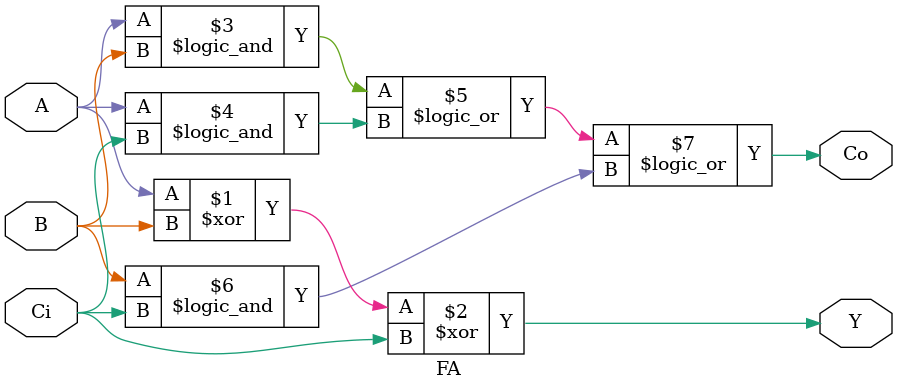
<source format=v>
`timescale 1ns / 1ps

module FA(A, B, Ci, Co, Y);

input A, B, Ci;
output Co, Y;

assign Y = A ^ B ^ Ci;
assign Co = (A&&B) || (A&&Ci) || (B&&Ci);

endmodule

</source>
